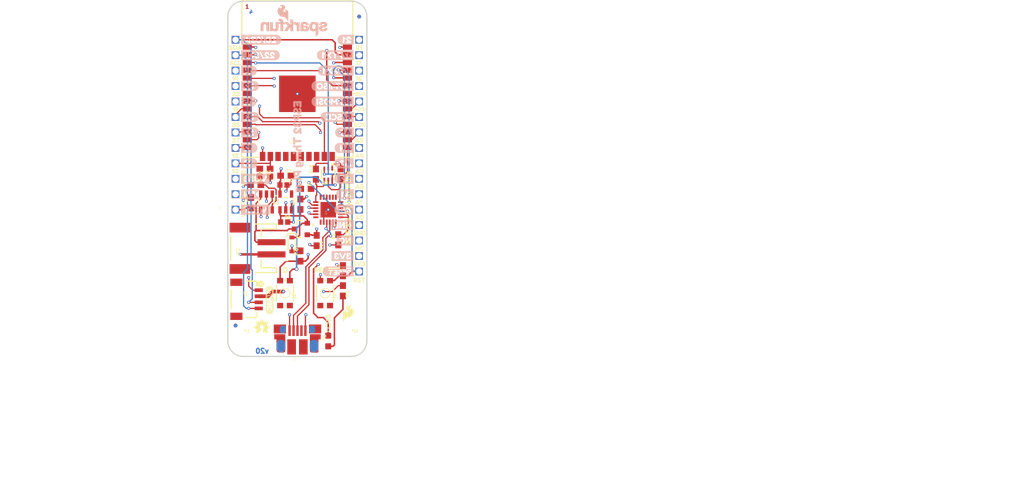
<source format=kicad_pcb>
(kicad_pcb (version 20211014) (generator pcbnew)
  (layers (0 "F.Cu" signal) (1 "In1.Cu" signal) (2 "In2.Cu" signal) (31 "B.Cu" signal) (34 "B.Paste" user) (35 "F.Paste" user) (36 "B.SilkS" user "B.Silkscreen") (37 "F.SilkS" user "F.Silkscreen") (38 "B.Mask" user) (39 "F.Mask" user) (44 "Edge.Cuts" user))
  (net 0 "")
  (net 1 "3.3V")
  (net 2 "CHIP_PU")
  (net 3 "GND")
  (net 4 "DTR")
  (net 5 "V_USB")
  (net 6 "D-")
  (net 7 "D+")
  (net 8 "VIN")
  (net 9 "RTS")
  (net 10 "CHG")
  (net 11 "N$14")
  (net 12 "V_BATT")
  (net 13 "N$10")
  (net 14 "N$12")
  (net 15 "0")
  (net 16 "N$17")
  (net 17 "N$1")
  (net 18 "A0")
  (net 19 "A1")
  (net 20 "A2")
  (net 21 "A3")
  (net 22 "A4")
  (net 23 "A5")
  (net 24 "SCK")
  (net 25 "MOSI")
  (net 26 "MISO")
  (net 27 "RX")
  (net 28 "TX")
  (net 29 "SDA")
  (net 30 "SCL")
  (net 31 "14")
  (net 32 "32")
  (net 33 "15")
  (net 34 "33")
  (net 35 "27")
  (net 36 "12")
  (net 37 "13")
  (net 38 "EN")
  (net 39 "16")
  (net 40 "17")
  (net 41 "20")
  (net 42 "N$2")
  (net 43 "21")
  (net 44 "N$3")
  (footprint "boardEagle:TACTILE_SWITCH_SMD_4.6X2.8MM" (layer "F.Cu") (at 146.4691 123.7996 -90)
    (fp_text reference "S2")
    (fp_text value "0")
  )
  (footprint "boardEagle:SCK20" (layer "F.Cu") (at 157.1371 96.1136)
    (fp_text reference "U$47" hide)
    (fp_text value "" hide)
  )
  (footprint "boardEagle:323" (layer "F.Cu") (at 137.0711 91.0336)
    (fp_text reference "U$32" hide)
    (fp_text value "" hide)
  )
  (footprint "boardEagle:A515" (layer "F.Cu") (at 157.2641 98.6536)
    (fp_text reference "U$41" hide)
    (fp_text value "" hide)
  )
  (footprint "boardEagle:LED-0603" (layer "F.Cu") (at 143.1671 104.6226)
    (fp_text reference "D3")
    (fp_text value "BLUE")
  )
  (footprint "boardEagle:QWIIC27" (layer "F.Cu") (at 143.9291 122.5296 -90)
    (fp_text reference "U$23" hide)
    (fp_text value "" hide)
  )
  (footprint "boardEagle:NC22" (layer "F.Cu") (at 157.2641 116.4336)
    (fp_text reference "U$49" hide)
    (fp_text value "" hide)
  )
  (footprint "boardEagle:3V323" (layer "F.Cu") (at 156.8831 118.9736)
    (fp_text reference "U$60" hide)
    (fp_text value "" hide)
  )
  (footprint "boardEagle:STAND-OFF-TIGHT" (layer "F.Cu") (at 157.3911 131.6736)
    (fp_text reference "H2")
    (fp_text value "STAND-OFFTIGHT")
  )
  (footprint "boardEagle:MOSI1" (layer "F.Cu") (at 157.0101 93.5736)
    (fp_text reference "U$55" hide)
    (fp_text value "" hide)
  )
  (footprint "boardEagle:219" (layer "F.Cu") (at 157.2641 83.4136)
    (fp_text reference "U$38" hide)
    (fp_text value "" hide)
  )
  (footprint "boardEagle:0603" (layer "F.Cu") (at 146.5961 104.4956)
    (fp_text reference "C1")
    (fp_text value "10uF")
  )
  (footprint "boardEagle:VBAT10" (layer "F.Cu") (at 139.6111 111.9886 90)
    (fp_text reference "U$52" hide)
    (fp_text value "" hide)
  )
  (footprint "boardEagle:VUSB8" (layer "F.Cu") (at 139.6111 106.9086 90)
    (fp_text reference "U$50" hide)
    (fp_text value "" hide)
  )
  (footprint "boardEagle:137" (layer "F.Cu") (at 139.8651 104.6226)
    (fp_text reference "U$53" hide)
    (fp_text value "" hide)
  )
  (footprint "boardEagle:SOT23-5" (layer "F.Cu") (at 146.5961 108.8136)
    (fp_text reference "U3")
    (fp_text value "AP2112K-3.3V")
  )
  (footprint "boardEagle:0603" (layer "F.Cu") (at 149.0091 117.7036 90)
    (fp_text reference "R7")
    (fp_text value "10k")
  )
  (footprint "boardEagle:1611" (layer "F.Cu") (at 157.3911 88.4936)
    (fp_text reference "U$40" hide)
    (fp_text value "" hide)
  )
  (footprint "boardEagle:CHG1" (layer "F.Cu") (at 153.5811 130.4036 90)
    (fp_text reference "U$56" hide)
    (fp_text value "" hide)
  )
  (footprint "boardEagle:0402" (layer "F.Cu") (at 146.3421 112.1156)
    (fp_text reference "R8")
    (fp_text value "100K")
  )
  (footprint "boardEagle:ORDERING_INSTRUCTIONS" (layer "F.Cu") (at 166.2811 83.4136)
    (fp_text reference "U$59" hide)
    (fp_text value "" hide)
  )
  (footprint "boardEagle:OSHW-LOGO-MINI" (layer "F.Cu") (at 142.6591 129.3876)
    (fp_text reference "LOGO2" hide)
    (fp_text value "OSHW-LOGOMINI" hide)
  )
  (footprint "boardEagle:0603" (layer "F.Cu") (at 151.5491 104.2416 90)
    (fp_text reference "R18")
    (fp_text value "10k")
  )
  (footprint "boardEagle:EN9" (layer "F.Cu") (at 139.6111 108.8136 90)
    (fp_text reference "U$51" hide)
    (fp_text value "" hide)
  )
  (footprint "boardEagle:GND21" (layer "F.Cu") (at 156.8323 113.8936)
    (fp_text reference "U$48" hide)
    (fp_text value "" hide)
  )
  (footprint "boardEagle:CREATIVE_COMMONS" (layer "F.Cu") (at 119.9261 153.2636)
    (fp_text reference "FRAME1" hide)
    (fp_text value "FRAME-LEDGER" hide)
  )
  (footprint "boardEagle:LED-0603" (layer "F.Cu") (at 153.5811 131.6736 90)
    (fp_text reference "D1")
    (fp_text value "Yellow")
  )
  (footprint "boardEagle:SFE_LOGO_FLAME_.1" (layer "F.Cu") (at 155.7401 128.7526)
    (fp_text reference "LOGO1" hide)
    (fp_text value "SFE_LOGO_FLAME.1_INCH" hide)
  )
  (footprint "boardEagle:SOT23-3@1" (layer "F.Cu") (at 149.1361 113.2586 90)
    (fp_text reference "Q1")
    (fp_text value "2.5A/30V")
  )
  (footprint "boardEagle:1X04_1MM_RA" (layer "F.Cu") (at 142.1511 124.8156 -90)
    (fp_text reference "J3")
    (fp_text value "")
  )
  (footprint "boardEagle:JST-2-SMD" (layer "F.Cu") (at 140.5509 116.4336 90)
    (fp_text reference "JP2")
    (fp_text value "LiPo")
  )
  (footprint "boardEagle:FIDUCIAL-MICRO" (layer "F.Cu") (at 138.3411 129.1336)
    (fp_text reference "FD3" hide)
    (fp_text value "FIDUCIALUFIDUCIAL" hide)
  )
  (footprint "boardEagle:A416" (layer "F.Cu") (at 157.1371 101.1936)
    (fp_text reference "U$42" hide)
    (fp_text value "" hide)
  )
  (footprint "boardEagle:0603" (layer "F.Cu") (at 141.6431 106.0196)
    (fp_text reference "R6")
    (fp_text value "2.0k")
  )
  (footprint "boardEagle:TACTILE_SWITCH_SMD_4.6X2.8MM" (layer "F.Cu") (at 153.0731 123.7996 -90)
    (fp_text reference "S1")
    (fp_text value "RESET")
  )
  (footprint "boardEagle:A020" (layer "F.Cu") (at 157.2641 111.3536)
    (fp_text reference "U$46" hide)
    (fp_text value "" hide)
  )
  (footprint "boardEagle:QFN24" (layer "F.Cu") (at 153.5811 110.0836 90)
    (fp_text reference "U4")
    (fp_text value "CP210X")
  )
  (footprint "boardEagle:TP_15TH" (layer "F.Cu") (at 148.3741 119.8626)
    (fp_text reference "TP1" hide)
    (fp_text value "" hide)
  )
  (footprint "boardEagle:A119" (layer "F.Cu") (at 157.2641 108.8136)
    (fp_text reference "U$45" hide)
    (fp_text value "" hide)
  )
  (footprint "boardEagle:ESP32_THING_PLUS0" (layer "F.Cu") (at 156.8831 116.6876 90)
    (fp_text reference "U$58" hide)
    (fp_text value "" hide)
  )
  (footprint "boardEagle:1X16_SM_SQ_NOSILK" (layer "F.Cu") (at 158.6611 120.2436 90)
    (fp_text reference "J4")
    (fp_text value "")
  )
  (footprint "boardEagle:0603" (layer "F.Cu") (at 149.8981 106.6546)
    (fp_text reference "R1")
    (fp_text value "1k")
  )
  (footprint "boardEagle:138" (layer "F.Cu") (at 137.0711 103.7336)
    (fp_text reference "U$37" hide)
    (fp_text value "" hide)
  )
  (footprint "boardEagle:0402" (layer "F.Cu") (at 146.2151 106.0196)
    (fp_text reference "C10")
    (fp_text value "1.0uF")
  )
  (footprint "boardEagle:A317" (layer "F.Cu") (at 157.1371 103.7336)
    (fp_text reference "U$43" hide)
    (fp_text value "" hide)
  )
  (footprint "boardEagle:00" (layer "F.Cu") (at 145.1991 119.9896)
    (fp_text reference "U$62" hide)
    (fp_text value "" hide)
  )
  (footprint "boardEagle:0603" (layer "F.Cu") (at 155.9941 120.1166 90)
    (fp_text reference "R2")
    (fp_text value "10k")
  )
  (footprint "boardEagle:USB-MICROB-PTH-MILL" (layer "F.Cu") (at 148.5221 129.9718)
    (fp_text reference "J5")
    (fp_text value "")
  )
  (footprint "boardEagle:FIDUCIAL-MICRO" (layer "F.Cu") (at 158.6611 78.3336)
    (fp_text reference "FD1" hide)
    (fp_text value "FIDUCIALUFIDUCIAL" hide)
  )
  (footprint "boardEagle:SCL0" (layer "F.Cu") (at 136.6901 85.9536)
    (fp_text reference "U$30" hide)
    (fp_text value "" hide)
  )
  (footprint "boardEagle:1710" (layer "F.Cu") (at 157.3911 85.9536)
    (fp_text reference "U$39" hide)
    (fp_text value "" hide)
  )
  (footprint "boardEagle:SOD-323" (layer "F.Cu") (at 147.6121 115.7986 -90)
    (fp_text reference "D2")
    (fp_text value "1A/23V/620mV")
  )
  (footprint "boardEagle:0603" (layer "F.Cu") (at 155.6131 104.2416 -90)
    (fp_text reference "R17")
    (fp_text value "10k")
  )
  (footprint "boardEagle:335" (layer "F.Cu") (at 137.0711 96.1136)
    (fp_text reference "U$34" hide)
    (fp_text value "" hide)
  )
  (footprint "boardEagle:276" (layer "F.Cu") (at 137.0711 98.6536)
    (fp_text reference "U$35" hide)
    (fp_text value "" hide)
  )
  (footprint "boardEagle:SC70-6" (layer "F.Cu") (at 153.5811 104.2416 180)
    (fp_text reference "Q2")
    (fp_text value "MBT3904DW1T1")
  )
  (footprint "boardEagle:SDA1" (layer "F.Cu") (at 136.5631 83.4136)
    (fp_text reference "U$29" hide)
    (fp_text value "" hide)
  )
  (footprint "boardEagle:MISO0" (layer "F.Cu") (at 157.0101 91.0336)
    (fp_text reference "U$54" hide)
    (fp_text value "" hide)
  )
  (footprint "boardEagle:RESET0" (layer "F.Cu") (at 150.5331 119.9896)
    (fp_text reference "U$57" hide)
    (fp_text value "" hide)
  )
  (footprint "boardEagle:1X12_SM_SQ_NOSILK" (layer "F.Cu") (at 138.3411 110.0836 90)
    (fp_text reference "J2")
    (fp_text value "")
  )
  (footprint "boardEagle:154" (layer "F.Cu") (at 137.0711 93.5736)
    (fp_text reference "U$33" hide)
    (fp_text value "" hide)
  )
  (footprint "boardEagle:FOUR_LAYER_WARNING" (layer "F.Cu") (at 167.5511 94.8436)
    (fp_text reference "LOGO4" hide)
    (fp_text value "FOUR_LAYER_WARNING" hide)
  )
  (footprint "boardEagle:0603" (layer "F.Cu") (at 155.9941 123.4186 -90)
    (fp_text reference "R3")
    (fp_text value "1K")
  )
  (footprint "boardEagle:0603" (layer "F.Cu") (at 155.2321 115.0366 90)
    (fp_text reference "R5")
    (fp_text value "10")
  )
  (footprint "boardEagle:0603" (layer "F.Cu") (at 151.6761 115.1636 -90)
    (fp_text reference "C19")
    (fp_text value "4.7uF")
  )
  (footprint "boardEagle:142" (layer "F.Cu") (at 137.0711 88.4936)
    (fp_text reference "U$31" hide)
    (fp_text value "" hide)
  )
  (footprint "boardEagle:ESP-WROOM-32-NARROW" (layer "F.Cu") (at 148.5011 89.7636 90)
    (fp_text reference "U2")
    (fp_text value "ESP-WROOM-32NARROW")
  )
  (footprint "boardEagle:SOT23-5" (layer "F.Cu") (at 143.4211 108.8136 180)
    (fp_text reference "U1")
    (fp_text value "MCP73831")
  )
  (footprint "boardEagle:A218" (layer "F.Cu") (at 157.1371 106.2736)
    (fp_text reference "U$44" hide)
    (fp_text value "" hide)
  )
  (footprint "boardEagle:RST24" (layer "F.Cu") (at 157.0101 121.6406)
    (fp_text reference "U$61" hide)
    (fp_text value "" hide)
  )
  (footprint "boardEagle:0603" (layer "F.Cu") (at 140.8811 108.9406 90)
    (fp_text reference "C6")
    (fp_text value "4.7uF")
  )
  (footprint "boardEagle:0603" (layer "F.Cu") (at 149.0091 109.1946 90)
    (fp_text reference "C7")
    (fp_text value "1.0uF")
  )
  (footprint "boardEagle:0603" (layer "F.Cu") (at 143.1671 103.3526 180)
    (fp_text reference "R4")
    (fp_text value "1k")
  )
  (footprint "boardEagle:127" (layer "F.Cu") (at 137.0711 101.1936)
    (fp_text reference "U$36" hide)
    (fp_text value "" hide)
  )
  (footprint "boardEagle:STAND-OFF-TIGHT" (layer "F.Cu") (at 139.6111 131.6736)
    (fp_text reference "H1")
    (fp_text value "STAND-OFFTIGHT")
  )
  (footprint "boardEagle:1519" (layer "B.Cu") (at 141.8971 92.3036 180)
    (fp_text reference "U$5" hide)
    (fp_text value "" hide)
  )
  (footprint "boardEagle:A03" (layer "B.Cu") (at 158.2801 110.0836 180)
    (fp_text reference "U$13" hide)
    (fp_text value "" hide)
  )
  (footprint "boardEagle:1323" (layer "B.Cu") (at 141.9987 102.4636 180)
    (fp_text reference "U$3" hide)
    (fp_text value "" hide)
  )
  (footprint "boardEagle:17#TX10" (layer "B.Cu") (at 158.2801 84.6836 180)
    (fp_text reference "U$7" hide)
    (fp_text value "" hide)
  )
  (footprint "boardEagle:19#MISO0" (layer "B.Cu") (at 158.2801 89.7636 180)
    (fp_text reference "U$67" hide)
    (fp_text value "" hide)
  )
  (footprint "boardEagle:23#SDA0" (layer "B.Cu") (at 145.9357 82.1436 180)
    (fp_text reference "U$22" hide)
    (fp_text value "" hide)
  )
  (footprint "boardEagle:2721" (layer "B.Cu") (at 142.2527 97.3836 180)
    (fp_text reference "U$10" hide)
    (fp_text value "" hide)
  )
  (footprint "boardEagle:22#SCL1" (layer "B.Cu") (at 145.7071 84.6836 180)
    (fp_text reference "U$21" hide)
    (fp_text value "" hide)
  )
  (footprint "boardEagle:VBAT25" (layer "B.Cu") (at 144.4625 110.0836 180)
    (fp_text reference "U$27" hide)
    (fp_text value "" hide)
  )
  (footprint "boardEagle:3320" (layer "B.Cu") (at 142.2781 94.8436 180)
    (fp_text reference "U$12" hide)
    (fp_text value "" hide)
  )
  (footprint "boardEagle:A58" (layer "B.Cu") (at 158.2801 97.3836 180)
    (fp_text reference "U$18" hide)
    (fp_text value "" hide)
  )
  (footprint "boardEagle:18#MOSI1" (layer "B.Cu") (at 158.2801 92.3036 180)
    (fp_text reference "U$66" hide)
    (fp_text value "" hide)
  )
  (footprint "boardEagle:EN26" (layer "B.Cu") (at 142.4559 107.5436 180)
    (fp_text reference "U$19" hide)
    (fp_text value "" hide)
  )
  (footprint "boardEagle:121" (layer "B.Cu") (at 141.9987 99.9236 180)
    (fp_text reference "U$8" hide)
    (fp_text value "" hide)
  )
  (footprint "boardEagle:A25" (layer "B.Cu") (at 158.2801 105.0036 180)
    (fp_text reference "U$15" hide)
    (fp_text value "" hide)
  )
  (footprint "boardEagle:1417" (layer "B.Cu") (at 141.9479 87.2236 180)
    (fp_text reference "U$4" hide)
    (fp_text value "" hide)
  )
  (footprint "boardEagle:A14" (layer "B.Cu") (at 158.2801 107.5436 180)
    (fp_text reference "U$14" hide)
    (fp_text value "" hide)
  )
  (footprint "boardEagle:ESP32_THING_PLUS0" (layer "B.Cu") (at 148.5011 91.0336 -90)
    (fp_text reference "U$65" hide)
    (fp_text value "" hide)
  )
  (footprint "boardEagle:VUSB24" (layer "B.Cu") (at 144.4371 105.0036 180)
    (fp_text reference "U$28" hide)
    (fp_text value "" hide)
  )
  (footprint "boardEagle:SFE_LOGO_NAME_FLAME_.1" (layer "B.Cu") (at 153.8351 81.6356 180)
    (fp_text reference "LOGO3" hide)
    (fp_text value "SFE_LOGO_NAME_FLAME.1_INCH" hide)
  )
  (footprint "boardEagle:3218" (layer "B.Cu") (at 142.2781 89.7636 180)
    (fp_text reference "U$11" hide)
    (fp_text value "" hide)
  )
  (footprint "boardEagle:FIDUCIAL-MICRO" (layer "B.Cu") (at 138.3411 129.1336 180)
    (fp_text reference "FD4" hide)
    (fp_text value "FIDUCIALUFIDUCIAL" hide)
  )
  (footprint "boardEagle:A47" (layer "B.Cu") (at 158.2801 99.9236 180)
    (fp_text reference "U$17" hide)
    (fp_text value "" hide)
  )
  (footprint "boardEagle:3V31" (layer "B.Cu") (at 158.2801 117.7036 180)
    (fp_text reference "U$2" hide)
    (fp_text value "" hide)
  )
  (footprint "boardEagle:210" (layer "B.Cu") (at 158.2547 82.1436 180)
    (fp_text reference "U$9" hide)
    (fp_text value "" hide)
  )
  (footprint "boardEagle:A36" (layer "B.Cu") (at 158.2801 102.4636 180)
    (fp_text reference "U$16" hide)
    (fp_text value "" hide)
  )
  (footprint "boardEagle:GND2" (layer "B.Cu") (at 158.2801 112.6236 180)
    (fp_text reference "U$20" hide)
    (fp_text value "" hide)
  )
  (footprint "boardEagle:FIDUCIAL-MICRO" (layer "B.Cu") (at 158.6611 78.3336 180)
    (fp_text reference "FD2" hide)
    (fp_text value "FIDUCIALUFIDUCIAL" hide)
  )
  (footprint "boardEagle:5#SCK2" (layer "B.Cu") (at 158.2801 94.8436 180)
    (fp_text reference "U$63" hide)
    (fp_text value "" hide)
  )
  (footprint "boardEagle:#RESET0" (layer "B.Cu") (at 158.4071 120.2436 180)
    (fp_text reference "U$1" hide)
    (fp_text value "" hide)
  )
  (footprint "boardEagle:16#RX11" (layer "B.Cu") (at 158.2801 87.2236 180)
    (fp_text reference "U$6" hide)
    (fp_text value "" hide)
  )
  (footprint "boardEagle:NC0" (layer "B.Cu") (at 158.2801 115.1636 180)
    (fp_text reference "U$64" hide)
    (fp_text value "" hide)
  )
  (gr_line (start 157.3911 75.7936) (end 139.6111 75.7936) (layer "Edge.Cuts") (width 0.2032))
  (gr_line (start 137.0711 78.3336) (end 137.0711 131.6736) (layer "Edge.Cuts") (width 0.2032))
  (gr_line (start 139.6111 134.2136) (end 157.3911 134.2136) (layer "Edge.Cuts") (width 0.2032))
  (gr_arc (start 157.3911 75.7936) (mid 159.187151 76.537549) (end 159.9311 78.3336) (layer "Edge.Cuts") (width 0.2032))
  (gr_arc (start 137.0711 78.3336) (mid 137.815049 76.537549) (end 139.6111 75.7936) (layer "Edge.Cuts") (width 0.2032))
  (gr_arc (start 159.9311 131.6736) (mid 159.187151 133.469651) (end 157.3911 134.2136) (layer "Edge.Cuts") (width 0.2032))
  (gr_line (start 159.9311 131.6736) (end 159.9311 78.3336) (layer "Edge.Cuts") (width 0.2032))
  (gr_arc (start 139.6111 134.2136) (mid 137.815049 133.469651) (end 137.0711 131.6736) (layer "Edge.Cuts") (width 0.2032))
  (gr_text "1" (at 139.8651 77.0636) (layer "F.Cu") (effects (font (size 0.6096 0.6096) (thickness 0.2032)) (justify left bottom)))
  (gr_text "v20" (at 143.9291 133.3246) (layer "B.Cu") (effects (font (size 0.8128 0.8128) (thickness 0.2032)) (justify left mirror)))
  (gr_text "4" (at 141.2621 77.9526) (layer "B.Cu") (effects (font (size 0.6096 0.6096) (thickness 0.2032)) (justify left bottom mirror)))
  (gr_text "-" (at 146.2151 118.8466) (layer "F.SilkS") (effects (font (size 0.69088 0.69088) (thickness 0.12192)) (justify left bottom)))
  (gr_text "+" (at 146.3421 114.6556) (layer "F.SilkS") (effects (font (size 0.69088 0.69088) (thickness 0.12192)) (justify left bottom)))
  (segment (start 142.1511 124.3156) (end 143.6671 124.3156) (width 0.6096) (layer "F.Cu") (net 1))
  (segment (start 145.7461 103.6946) (end 145.8341 103.6066) (width 0.254) (layer "F.Cu") (net 1))
  (segment (start 145.8341 103.6066) (end 145.8341 103.3526) (width 0.254) (layer "F.Cu") (net 1))
  (segment (start 154.8311 112.1336) (end 154.8311 112.7706) (width 0.2032) (layer "F.Cu") (net 1))
  (segment (start 155.1441 119.2666) (end 154.9781 119.1006) (width 0.254) (layer "F.Cu") (net 1))
  (segment (start 145.7461 104.4956) (end 145.7461 103.6946) (width 0.254) (layer "F.Cu") (net 1))
  (segment (start 145.6461 106.0306) (end 145.6351 106.0196) (width 0.254) (layer "F.Cu") (net 1))
  (segment (start 149.0091 106.6156) (end 149.0091 105.6386) (width 0.254) (layer "F.Cu") (net 1))
  (segment (start 154.3311 112.1336) (end 154.3311 112.9926) (width 0.2032) (layer "F.Cu") (net 1))
  (segment (start 140.2631 84.6036) (end 141.5961 84.6036) (width 0.254) (layer "F.Cu") (net 1))
  (segment (start 144.4371 123.5456) (end 146.2151 123.5456) (width 0.6096) (layer "F.Cu") (net 1))
  (segment (start 145.7461 105.3456) (end 145.6351 105.4566) (width 0.254) (layer "F.Cu") (net 1))
  (segment (start 143.6671 124.3156) (end 144.4371 123.5456) (width 0.6096) (layer "F.Cu") (net 1))
  (segment (start 155.9941 119.2666) (end 155.1441 119.2666) (width 0.254) (layer "F.Cu") (net 1))
  (segment (start 145.7461 104.4956) (end 145.7461 105.3456) (width 0.254) (layer "F.Cu") (net 1))
  (segment (start 145.6461 107.5135) (end 145.6461 106.0306) (width 0.254) (layer "F.Cu") (net 1))
  (segment (start 154.8311 112.7706) (end 154.4701 113.1316) (width 0.2032) (layer "F.Cu") (net 1))
  (segment (start 145.6351 105.4566) (end 145.6351 106.0196) (width 0.254) (layer "F.Cu") (net 1))
  (segment (start 141.5961 84.6036) (end 141.6431 84.5566) (width 0.254) (layer "F.Cu") (net 1))
  (segment (start 149.0481 106.6546) (end 149.0091 106.6156) (width 0.254) (layer "F.Cu") (net 1))
  (segment (start 154.3311 112.9926) (end 154.4701 113.1316) (width 0.2032) (layer "F.Cu") (net 1))
  (via (at 154.4701 113.1316) (size 0.508) (drill 0.254) (layers "F.Cu" "B.Cu") (net 1))
  (via (at 154.9781 119.1006) (size 0.508) (drill 0.254) (layers "F.Cu" "B.Cu") (net 1))
  (via (at 145.8341 103.3526) (size 0.508) (drill 0.254) (layers "F.Cu" "B.Cu") (net 1))
  (via (at 146.2151 123.5456) (size 0.508) (drill 0.254) (layers "F.Cu" "B.Cu") (net 1))
  (via (at 149.0091 105.6386) (size 0.508) (drill 0.254) (layers "F.Cu" "B.Cu") (net 1))
  (via (at 141.6431 84.5566) (size 0.508) (drill 0.254) (layers "F.Cu" "B.Cu") (net 1))
  (segment (start 152.9311 104.2266) (end 152.9311 103.3216) (width 0.2032) (layer "F.Cu") (net 2))
  (segment (start 157.5181 120.2436) (end 158.6611 120.2436) (width 0.254) (layer "F.Cu") (net 2))
  (segment (start 155.9941 120.9666) (end 156.7951 120.9666) (width 0.254) (layer "F.Cu") (net 2))
  (segment (start 153.8731 121.7496) (end 153.8731 121.7286) (width 0.254) (layer "F.Cu") (net 2))
  (segment (start 141.5631 85.8736) (end 141.6431 85.9536) (width 0.2032) (layer "F.Cu") (net 2))
  (segment (start 155.3591 120.9666) (end 155.9941 120.9666) (width 0.254) (layer "F.Cu") (net 2))
  (segment (start 140.2631 85.8736) (end 141.5631 85.8736) (width 0.2032) (layer "F.Cu") (net 2))
  (segment (start 154.5971 121.7286) (end 155.3591 120.9666) (width 0.254) (layer "F.Cu") (net 2))
  (segment (start 152.9461 104.2416) (end 152.9311 104.2266) (width 0.2032) (layer "F.Cu") (net 2))
  (segment (start 156.7951 120.9666) (end 157.5181 120.2436) (width 0.254) (layer "F.Cu") (net 2))
  (segment (start 153.8731 121.7286) (end 154.5971 121.7286) (width 0.254) (layer "F.Cu") (net 2))
  (via (at 141.6431 85.9536) (size 0.508) (drill 0.254) (layers "F.Cu" "B.Cu") (net 2))
  (via (at 152.9461 104.2416) (size 0.508) (drill 0.254) (layers "F.Cu" "B.Cu") (net 2))
  (segment (start 153.5811 87.3506) (end 153.5811 104.2416) (width 0.2032) (layer "B.Cu") (net 2))
  (segment (start 157.8991 120.2436) (end 157.5181 119.8626) (width 0.2032) (layer "B.Cu") (net 2))
  (segment (start 152.9461 104.2416) (end 153.5811 104.2416) (width 0.2032) (layer "B.Cu") (net 2))
  (segment (start 157.0101 109.5756) (end 156.2481 109.5756) (width 0.2032) (layer "B.Cu") (net 2))
  (segment (start 152.1841 85.9536) (end 141.6431 85.9536) (width 0.2032) (layer "B.Cu") (net 2))
  (segment (start 157.5181 119.8626) (end 157.5181 118.212969) (width 0.2032) (layer "B.Cu") (net 2))
  (segment (start 152.1841 85.9536) (end 153.5811 87.3506) (width 0.2032) (layer "B.Cu") (net 2))
  (segment (start 157.5181 118.212969) (end 157.4927 118.187569) (width 0.2032) (layer "B.Cu") (net 2))
  (segment (start 156.2481 109.5756) (end 155.4861 108.8136) (width 0.2032) (layer "B.Cu") (net 2))
  (segment (start 155.4861 104.7496) (end 154.9781 104.2416) (width 0.2032) (layer "B.Cu") (net 2))
  (segment (start 157.4927 110.0582) (end 157.0101 109.5756) (width 0.2032) (layer "B.Cu") (net 2))
  (segment (start 155.4861 108.8136) (end 155.4861 104.7496) (width 0.2032) (layer "B.Cu") (net 2))
  (segment (start 157.4927 118.187569) (end 157.4927 110.0582) (width 0.2032) (layer "B.Cu") (net 2))
  (segment (start 153.5811 104.2416) (end 154.9781 104.2416) (width 0.2032) (layer "B.Cu") (net 2))
  (segment (start 158.6611 120.2436) (end 157.8991 120.2436) (width 0.2032) (layer "B.Cu") (net 2))
  (segment (start 140.2631 83.3336) (end 141.5631 83.3336) (width 0.254) (layer "F.Cu") (net 3))
  (segment (start 149.8981 127.3556) (end 149.8221 127.4316) (width 0.2032) (layer "F.Cu") (net 3))
  (segment (start 155.5661 83.3336) (end 155.4861 83.4136) (width 0.254) (layer "F.Cu") (net 3))
  (segment (start 140.0801 108.0906) (end 139.6111 108.5596) (width 0.2032) (layer "F.Cu") (net 3))
  (segment (start 140.7931 106.0196) (end 139.8651 106.0196) (width 0.2032) (layer "F.Cu") (net 3))
  (segment (start 144.0441 104.6226) (end 144.0441 105.6266) (width 0.254) (layer "F.Cu") (net 3))
  (segment (start 139.8651 106.0196) (end 139.6111 106.2736) (width 0.2032) (layer "F.Cu") (net 3))
  (segment (start 146.7951 106.0196) (end 147.3581 106.0196) (width 0.2032) (layer "F.Cu") (net 3))
  (segment (start 141.1591 123.3156) (end 140.5001 122.6566) (width 0.2032) (layer "F.Cu") (net 3))
  (segment (start 146.7951 106.8366) (end 146.5961 107.0356) (width 0.2032) (layer "F.Cu") (net 3))
  (segment (start 145.6691 119.5196) (end 146.6351 118.5536) (width 0.254) (layer "F.Cu") (net 3))
  (segment (start 143.4211 107.5135) (end 143.4211 108.6866) (width 0.2032) (layer "F.Cu") (net 3))
  (segment (start 146.5961 110.1137) (end 146.5961 108.9406) (width 0.254) (layer "F.Cu") (net 3))
  (segment (start 149.8221 127.4316) (end 149.8221 129.9718) (width 0.2032) (layer "F.Cu") (net 3))
  (segment (start 151.6761 116.0136) (end 150.7481 116.0136) (width 0.2032) (layer "F.Cu") (net 3))
  (segment (start 144.2509 117.4336) (end 139.1031 117.4336) (width 0.4064) (layer "F.Cu") (net 3))
  (segment (start 152.8311 112.1336) (end 152.8311 110.8336) (width 0.2032) (layer "F.Cu") (net 3))
  (segment (start 150.7481 116.0136) (end 150.5331 115.7986) (width 0.2032) (layer "F.Cu") (net 3))
  (segment (start 152.8311 110.8336) (end 153.5811 110.0836) (width 0.2032) (layer "F.Cu") (net 3))
  (segment (start 147.4461 104.4956) (end 147.4461 105.9316) (width 0.2032) (layer "F.Cu") (net 3))
  (segment (start 149.0091 118.5536) (end 149.8101 118.5536) (width 0.254) (layer "F.Cu") (net 3))
  (segment (start 156.7391 83.3336) (end 155.5661 83.3336) (width 0.254) (layer "F.Cu") (net 3))
  (segment (start 150.2791 118.0846) (end 150.2791 117.4496) (width 0.254) (layer "F.Cu") (net 3))
  (segment (start 142.7861 101.3336) (end 142.7861 99.9236) (width 0.2032) (layer "F.Cu") (net 3))
  (segment (start 142.1511 123.3156) (end 141.1591 123.3156) (width 0.2032) (layer "F.Cu") (net 3))
  (segment (start 141.5631 83.3336) (end 141.6431 83.4136) (width 0.254) (layer "F.Cu") (net 3))
  (segment (start 149.6051 108.3446) (end 150.0251 107.9246) (width 0.254) (layer "F.Cu") (net 3))
  (segment (start 140.5001 122.6566) (end 140.5001 121.2596) (width 0.2032) (layer "F.Cu") (net 3))
  (segment (start 147.3581 106.0196) (end 147.4461 105.9316) (width 0.2032) (layer "F.Cu") (net 3))
  (segment (start 144.0441 105.6266) (end 144.0561 105.6386) (width 0.254) (layer "F.Cu") (net 3))
  (segment (start 149.8101 118.5536) (end 150.2791 118.0846) (width 0.254) (layer "F.Cu") (net 3))
  (segment (start 149.0091 108.3446) (end 149.6051 108.3446) (width 0.254) (layer "F.Cu") (net 3))
  (segment (start 146.7951 106.0196) (end 146.7951 106.8366) (width 0.2032) (layer "F.Cu") (net 3))
  (segment (start 152.2731 120.7516) (end 152.3111 120.7516) (width 0.2032) (layer "F.Cu") (net 3))
  (segment (start 146.6351 118.5536) (end 149.0091 118.5536) (width 0.254) (layer "F.Cu") (net 3))
  (segment (start 145.6691 121.7496) (end 145.6691 119.5196) (width 0.254) (layer "F.Cu") (net 3))
  (segment (start 140.8811 108.0906) (end 140.0801 108.0906) (width 0.2032) (layer "F.Cu") (net 3))
  (segment (start 152.2731 121.7496) (end 152.2731 120.7516) (width 0.2032) (layer "F.Cu") (net 3))
  (via (at 150.2791 117.4496) (size 0.508) (drill 0.254) (layers "F.Cu" "B.Cu") (net 3))
  (via (at 150.0251 107.9246) (size 0.508) (drill 0.254) (layers "F.Cu" "B.Cu") (net 3))
  (via (at 146.5961 107.0356) (size 0.508) (drill 0.254) (layers "F.Cu" "B.Cu") (net 3))
  (via (at 142.7861 99.9236) (size 0.508) (drill 0.254) (layers "F.Cu" "B.Cu") (net 3))
  (via (at 139.6111 108.5596) (size 0.508) (drill 0.254) (layers "F.Cu" "B.Cu") (net 3))
  (via (at 152.3111 120.7516) (size 0.508) (drill 0.254) (layers "F.Cu" "B.Cu") (net 3))
  (via (at 149.8981 127.3556) (size 0.508) (drill 0.254) (layers "F.Cu" "B.Cu") (net 3))
  (via (at 140.5001 121.2596) (size 0.508) (drill 0.254) (layers "F.Cu" "B.Cu") (net 3))
  (via (at 148.5011 91.0336) (size 0.508) (drill 0.254) (layers "F.Cu" "B.Cu") (net 3))
  (via (at 139.1031 117.4336) (size 0.508) (drill 0.254) (layers "F.Cu" "B.Cu") (net 3))
  (via (at 144.0561 105.6386) (size 0.508) (drill 0.254) (layers "F.Cu" "B.Cu") (net 3))
  (via (at 143.4211 108.6866) (size 0.508) (drill 0.254) (layers "F.Cu" "B.Cu") (net 3))
  (via (at 141.6431 83.4136) (size 0.508) (drill 0.254) (layers "F.Cu" "B.Cu") (net 3))
  (via (at 155.4861 83.4136) (size 0.508) (drill 0.254) (layers "F.Cu" "B.Cu") (net 3))
  (via (at 153.5811 110.0836) (size 0.508) (drill 0.254) (layers "F.Cu" "B.Cu") (net 3))
  (via (at 146.5961 108.9406) (size 0.508) (drill 0.254) (layers "F.Cu" "B.Cu") (net 3))
  (via (at 139.6111 106.2736) (size 0.508) (drill 0.254) (layers "F.Cu" "B.Cu") (net 3))
  (via (at 150.5331 115.7986) (size 0.508) (drill 0.254) (layers "F.Cu" "B.Cu") (net 3))
  (segment (start 155.1051 102.3366) (end 154.8511 102.5906) (width 0.2032) (layer "F.Cu") (net 4))
  (segment (start 154.4701 102.5906) (end 154.2311 102.8296) (width 0.2032) (layer "F.Cu") (net 4))
  (segment (start 154.8511 102.5906) (end 154.4701 102.5906) (width 0.2032) (layer "F.Cu") (net 4))
  (segment (start 154.2311 102.8296) (end 154.2311 103.3216) (width 0.2032) (layer "F.Cu") (net 4))
  (segment (start 155.6131 102.5906) (end 155.3591 102.3366) (width 0.2032) (layer "F.Cu") (net 4))
  (segment (start 150.6481 110.8336) (end 150.4061 110.5916) (width 0.2032) (layer "F.Cu") (net 4))
  (segment (start 155.6131 103.3916) (end 155.6131 102.5906) (width 0.2032) (layer "F.Cu") (net 4))
  (segment (start 155.1051 102.3366) (end 155.3591 102.3366) (width 0.2032) (layer "F.Cu") (net 4))
  (segment (start 151.5311 110.8336) (end 150.6481 110.8336) (width 0.2032) (layer "F.Cu") (net 4))
  (via (at 155.1051 102.3366) (size 0.508) (drill 0.254) (layers "F.Cu" "B.Cu") (net 4))
  (via (at 150.4061 110.5916) (size 0.508) (drill 0.254) (layers "F.Cu" "B.Cu") (net 4))
  (segment (start 154.2551 123.5456) (end 152.8191 123.5456) (width 0.2032) (layer "F.Cu") (net 5))
  (segment (start 147.2221 129.9718) (end 147.2221 127.3556) (width 0.2032) (layer "F.Cu") (net 5))
  (segment (start 148.2471 116.9416) (end 147.6191 116.9416) (width 0.254) (layer "F.Cu") (net 5))
  (segment (start 151.6761 114.3136) (end 151.6371 114.2746) (width 0.254) (layer "F.Cu") (net 5))
  (segment (start 150.1361 114.2086) (end 150.8481 114.2086) (width 0.254) (layer "F.Cu") (net 5))
  (segment (start 149.0091 116.8536) (end 148.3351 116.8536) (width 0.254) (layer "F.Cu") (net 5))
  (segment (start 147.6121 116.9486) (end 147.6121 116.0526) (width 0.254) (layer "F.Cu") (net 5))
  (segment (start 151.6761 114.3136) (end 151.6761 113.2586) (width 0.254) (layer "F.Cu") (net 5))
  (segment (start 155.2321 115.8866) (end 153.8351 115.8866) (width 0.2032) (layer "F.Cu") (net 5))
  (segment (start 155.9941 122.5686) (end 155.2321 122.5686) (width 0.2032) (layer "F.Cu") (net 5))
  (segment (start 155.2321 122.5686) (end 154.2551 123.5456) (width 0.2032) (layer "F.Cu") (net 5))
  (segment (start 142.4711 111.1656) (end 142.5321 111.2266) (width 0.254) (layer "F.Cu") (net 5))
  (segment (start 142.4711 110.1137) (end 142.4711 111.1656) (width 0.254) (layer "F.Cu") (net 5))
  (segment (start 148.3351 116.8536) (end 148.2471 116.9416) (width 0.254) (layer "F.Cu") (net 5))
  (segment (start 150.9141 114.2746) (end 150.8481 114.2086) (width 0.254) (layer "F.Cu") (net 5))
  (segment (start 151.6371 114.2746) (end 150.9141 114.2746) (width 0.254) (layer "F.Cu") (net 5))
  (segment (start 147.6121 116.9486) (end 147.6191 116.9416) (width 0.254) (layer "F.Cu") (net 5))
  (via (at 147.6121 116.0526) (size 0.508) (drill 0.254) (layers "F.Cu" "B.Cu") (net 5))
  (via (at 142.5321 111.2266) (size 0.508) (drill 0.254) (layers "F.Cu" "B.Cu") (net 5))
  (via (at 151.6761 113.2586) (size 0.508) (drill 0.254) (layers "F.Cu" "B.Cu") (net 5))
  (via (at 147.2221 127.3556) (size 0.508) (drill 0.254) (layers "F.Cu" "B.Cu") (net 5))
  (via (at 153.8351 115.8866) (size 0.508) (drill 0.254) (layers "F.Cu" "B.Cu") (net 5))
  (via (at 152.8191 123.5456) (size 0.508) (drill 0.254) (layers "F.Cu" "B.Cu") (net 5))
  (segment (start 152.6921 116.6876) (end 149.8981 119.4816) (width 0.2032) (layer "F.Cu") (net 6))
  (segment (start 153.8311 112.1336) (end 153.8311 113.5166) (width 0.2032) (layer "F.Cu") (net 6))
  (segment (start 153.8311 113.5166) (end 152.6921 114.6556) (width 0.2032) (layer "F.Cu") (net 6))
  (segment (start 147.8721 127.4766) (end 147.8721 129.9718) (width 0.2032) (layer "F.Cu") (net 6))
  (segment (start 152.6921 114.6556) (end 152.6921 116.6876) (width 0.2032) (layer "F.Cu") (net 6))
  (segment (start 149.8981 125.4506) (end 147.8721 127.4766) (width 0.2032) (layer "F.Cu") (net 6))
  (segment (start 149.8981 119.4816) (end 149.8981 125.4506) (width 0.2032) (layer "F.Cu") (net 6))
  (segment (start 150.4061 125.7046) (end 150.4061 119.567575) (width 0.2032) (layer "F.Cu") (net 7))
  (segment (start 153.3311 113.0514) (end 153.3311 112.1336) (width 0.2032) (layer "F.Cu") (net 7))
  (segment (start 153.2001 113.1824) (end 153.3311 113.0514) (width 0.2032) (layer "F.Cu") (net 7))
  (segment (start 153.5811 114.4016) (end 153.2001 114.7826) (width 0.2032) (layer "F.Cu") (net 7))
  (segment (start 153.5811 114.4016) (end 153.9621 114.4016) (width 0.2032) (layer "F.Cu") (net 7))
  (segment (start 148.5221 127.5886) (end 150.4061 125.7046) (width 0.2032) (layer "F.Cu") (net 7))
  (segment (start 153.2001 116.773575) (end 153.2001 114.7826) (width 0.2032) (layer "F.Cu") (net 7))
  (segment (start 150.4061 119.567575) (end 153.2001 116.773575) (width 0.2032) (layer "F.Cu") (net 7))
  (segment (start 148.5221 127.5886) (end 148.5221 129.9718) (width 0.2032) (layer "F.Cu") (net 7))
  (via (at 153.2001 113.1824) (size 0.508) (drill 0.254) (layers "F.Cu" "B.Cu") (net 7))
  (via (at 153.9621 114.4016) (size 0.508) (drill 0.254) (layers "F.Cu" "B.Cu") (net 7))
  (segment (start 153.9621 113.9444) (end 153.2001 113.1824) (width 0.2032) (layer "B.Cu") (net 7))
  (segment (start 153.9621 114.4016) (end 153.9621 113.9444) (width 0.2032) (layer "B.Cu") (net 7))
  (segment (start 149.3241 112.3086) (end 150.1361 112.3086) (width 0.254) (layer "F.Cu") (net 8))
  (segment (start 149.0091 110.0446) (end 149.0091 111.0996) (width 0.254) (layer "F.Cu") (net 8))
  (segment (start 147.6121 114.6486) (end 148.4941 114.6486) (width 0.254) (layer "F.Cu") (net 8))
  (segment (start 149.0091 111.0996) (end 149.5171 111.0996) (width 0.254) (layer "F.Cu") (net 8))
  (segment (start 145.7621 111.1716) (end 145.7621 111.0276) (width 0.254) (layer "F.Cu") (net 8))
  (segment (start 145.7621 111.1716) (end 145.8341 111.0996) (width 0.254) (layer "F.Cu") (net 8))
  (segment (start 145.6461 110.9116) (end 145.6461 110.1137) (width 0.254) (layer "F.Cu") (net 8))
  (segment (start 150.1361 111.7186) (end 149.5171 111.0996) (width 0.254) (layer "F.Cu") (net 8))
  (segment (start 145.7621 111.0276) (end 145.6461 110.9116) (width 0.254) (layer "F.Cu") (net 8))
  (segment (start 150.1361 112.3086) (end 150.1361 111.7186) (width 0.254) (layer "F.Cu") (net 8))
  (segment (start 145.8341 111.0996) (end 149.0091 111.0996) (width 0.254) (layer "F.Cu") (net 8))
  (segment (start 145.7621 112.1156) (end 145.7621 111.3536) (width 0.254) (layer "F.Cu") (net 8))
  (segment (start 148.8681 114.2746) (end 148.8681 112.7646) (width 0.254) (layer "F.Cu") (net 8))
  (segment (start 148.4941 114.6486) (end 148.8681 114.2746) (width 0.254) (layer "F.Cu") (net 8))
  (segment (start 145.7621 111.3536) (end 145.7621 111.1716) (width 0.254) (layer "F.Cu") (net 8))
  (segment (start 148.8681 112.7646) (end 149.3241 112.3086) (width 0.254) (layer "F.Cu") (net 8))
  (segment (start 151.6761 107.6706) (end 151.6761 106.2736) (width 0.2032) (layer "F.Cu") (net 9))
  (segment (start 151.6761 106.0196) (end 151.5491 105.8926) (width 0.2032) (layer "F.Cu") (net 9))
  (segment (start 152.6921 106.2736) (end 151.6761 106.2736) (width 0.2032) (layer "F.Cu") (net 9))
  (segment (start 152.9311 106.0346) (end 152.6921 106.2736) (width 0.2032) (layer "F.Cu") (net 9))
  (segment (start 152.9311 105.1616) (end 152.9311 106.0346) (width 0.2032) (layer "F.Cu") (net 9))
  (segment (start 151.6761 106.2736) (end 151.6761 106.0196) (width 0.2032) (layer "F.Cu") (net 9))
  (segment (start 151.5311 107.8156) (end 151.6761 107.6706) (width 0.2032) (layer "F.Cu") (net 9))
  (segment (start 151.5311 108.8336) (end 151.5311 107.8156) (width 0.2032) (layer "F.Cu") (net 9))
  (segment (start 151.5491 105.8926) (end 151.5491 105.0916) (width 0.2032) (layer "F.Cu") (net 9))
  (segment (start 144.3711 107.5135) (end 144.3711 108.661413) (width 0.2032) (layer "F.Cu") (net 10))
  (segment (start 144.3711 108.661413) (end 143.5481 109.484413) (width 0.2032) (layer "F.Cu") (net 10))
  (segment (start 151.1681 127.1016) (end 151.1681 119.8626) (width 0.254) (layer "F.Cu") (net 10))
  (segment (start 151.8901 127.8236) (end 151.1681 127.1016) (width 0.254) (layer "F.Cu") (net 10))
  (segment (start 143.5481 109.484413) (end 143.5481 111.3536) (width 0.2032) (layer "F.Cu") (net 10))
  (segment (start 153.5811 128.6256) (end 153.5811 130.7966) (width 0.254) (layer "F.Cu") (net 10))
  (segment (start 151.1681 119.8626) (end 151.9301 119.1006) (width 0.254) (layer "F.Cu") (net 10))
  (segment (start 152.7791 127.8236) (end 151.8901 127.8236) (width 0.254) (layer "F.Cu") (net 10))
  (segment (start 152.7791 127.8236) (end 153.5811 128.6256) (width 0.254) (layer "F.Cu") (net 10))
  (via (at 151.9301 119.1006) (size 0.508) (drill 0.254) (layers "F.Cu" "B.Cu") (net 10))
  (via (at 143.5481 111.3536) (size 0.508) (drill 0.254) (layers "F.Cu" "B.Cu") (net 10))
  (segment (start 145.0017 106.818813) (end 145.0017 108.589188) (width 0.2032) (layer "F.Cu") (net 11))
  (segment (start 143.2551 106.0196) (end 143.7934 106.5579) (width 0.2032) (layer "F.Cu") (net 11))
  (segment (start 142.4931 106.0196) (end 143.2551 106.0196) (width 0.2032) (layer "F.Cu") (net 11))
  (segment (start 145.0017 108.589188) (end 144.3711 109.219788) (width 0.2032) (layer "F.Cu") (net 11))
  (segment (start 143.7934 106.5579) (end 144.740787 106.5579) (width 0.2032) (layer "F.Cu") (net 11))
  (segment (start 144.740787 106.5579) (end 145.0017 106.818813) (width 0.2032) (layer "F.Cu") (net 11))
  (segment (start 144.3711 109.219788) (end 144.3711 110.1137) (width 0.2032) (layer "F.Cu") (net 11))
  (segment (start 141.7135 109.038013) (end 142.4711 108.280413) (width 0.2032) (layer "F.Cu") (net 12))
  (segment (start 146.8501 113.5126) (end 142.1511 113.5126) (width 0.254) (layer "F.Cu") (net 12))
  (segment (start 147.1041 113.2586) (end 146.8501 113.5126) (width 0.254) (layer "F.Cu") (net 12))
  (segment (start 148.0361 113.2586) (end 147.1041 113.2586) (width 0.254) (layer "F.Cu") (net 12))
  (segment (start 141.7135 109.7906) (end 141.7135 110.2106) (width 0.2032) (layer "F.Cu") (net 12))
  (segment (start 140.8811 109.8296) (end 139.9921 109.8296) (width 0.254) (layer "F.Cu") (net 12))
  (segment (start 141.7861 115.4336) (end 141.5161 115.1636) (width 0.254) (layer "F.Cu") (net 12))
  (segment (start 141.7135 113.5126) (end 141.7135 110.2106) (width 0.254) (layer "F.Cu") (net 12))
  (segment (start 141.7135 109.7906) (end 141.7135 109.038013) (width 0.2032) (layer "F.Cu") (net 12))
  (segment (start 142.4711 108.280413) (end 142.4711 107.5135) (width 0.2032) (layer "F.Cu") (net 12))
  (segment (start 144.2509 115.4336) (end 141.7861 115.4336) (width 0.254) (layer "F.Cu") (net 12))
  (segment (start 141.5161 115.1636) (end 141.5161 113.71) (width 0.254) (layer "F.Cu") (net 12))
  (segment (start 139.9921 109.8296) (end 139.7381 110.0836) (width 0.254) (layer "F.Cu") (net 12))
  (segment (start 141.5161 113.71) (end 141.7135 113.5126) (width 0.254) (layer "F.Cu") (net 12))
  (segment (start 140.8811 109.7906) (end 140.8811 109.8296) (width 0.254) (layer "F.Cu") (net 12))
  (segment (start 142.1511 113.5126) (end 141.7135 113.5126) (width 0.254) (layer "F.Cu") (net 12))
  (segment (start 138.3411 110.0836) (end 139.7381 110.0836) (width 0.254) (layer "F.Cu") (net 12))
  (segment (start 140.8811 109.7906) (end 141.7135 109.7906) (width 0.2032) (layer "F.Cu") (net 12))
  (segment (start 155.2321 106.7816) (end 155.6131 106.4006) (width 0.2032) (layer "F.Cu") (net 13))
  (segment (start 153.5811 105.1616) (end 153.5811 106.2736) (width 0.2032) (layer "F.Cu") (net 13))
  (segment (start 155.6131 106.4006) (end 155.6131 105.0916) (width 0.2032) (layer "F.Cu") (net 13))
  (segment (start 153.5811 106.2736) (end 154.0891 106.7816) (width 0.2032) (layer "F.Cu") (net 13))
  (segment (start 154.5971 106.7816) (end 155.2321 106.7816) (width 0.2032) (layer "F.Cu") (net 13))
  (segment (start 154.0891 106.7816) (end 154.5971 106.7816) (width 0.2032) (layer "F.Cu") (net 13))
  (segment (start 151.6761 102.4636) (end 153.4541 102.4636) (width 0.2032) (layer "F.Cu") (net 14))
  (segment (start 151.5491 103.3916) (end 151.5491 102.5906) (width 0.2032) (layer "F.Cu") (net 14))
  (segment (start 153.5811 103.3216) (end 153.5811 102.5906) (width 0.2032) (layer "F.Cu") (net 14))
  (segment (start 151.5491 102.5906) (end 151.6761 102.4636) (width 0.2032) (layer "F.Cu") (net 14))
  (segment (start 153.5811 102.5906) (end 153.4541 102.4636) (width 0.2032) (layer "F.Cu") (net 14))
  (segment (start 154.4701 106.0196) (end 154.2311 105.7806) (width 0.254) (layer "F.Cu") (net 15))
  (segment (start 154.2311 104.4806) (end 154.4701 104.2416) (width 0.2032) (layer "F.Cu") (net 15))
  (segment (start 156.7391 103.8776) (end 156.7391 99.8436) (width 0.2032) (layer "F.Cu") (net 15))
  (segment (start 156.3751 104.2416) (end 156.7391 103.8776) (width 0.2032) (layer "F.Cu") (net 15))
  (segment (start 154.2311 105.7806) (end 154.2311 105.1616) (width 0.254) (layer "F.Cu") (net 15))
  (segment (start 147.7391 119.8626) (end 148.3741 119.8626) (width 0.254) (layer "F.Cu") (net 15))
  (segment (start 147.2691 121.7496) (end 147.2691 120.3326) (width 0.254) (layer "F.Cu") (net 15))
  (segment (start 154.7241 106.0196) (end 154.4701 106.0196) (width 0.254) (layer "F.Cu") (net 15))
  (segment (start 154.4701 104.2416) (end 156.3751 104.2416) (width 0.2032) (layer "F.Cu") (net 15))
  (segment (start 154.2311 104.4806) (end 154.2311 105.1616) (width 0.2032) (layer "F.Cu") (net 15))
  (segment (start 147.2691 120.3326) (end 147.7391 119.8626) (width 0.254) (layer "F.Cu") (net 15))
  (via (at 154.7241 106.0196) (size 0.508) (drill 0.254) (layers "F.Cu" "B.Cu") (net 15))
  (segment (start 148.3741 113.1316) (end 148.8821 112.6236) (width 0.254) (layer "B.Cu") (net 15))
  (segment (start 148.8821 104.7496) (end 151.632525 104.7496) (width 0.254) (layer "B.Cu") (net 15))
  (segment (start 148.8821 106.611025) (end 148.5011 106.230025) (width 0.254) (layer "B.Cu") (net 15))
  (segment (start 151.632525 104.7496) (end 152.902525 106.0196) (width 0.254) (layer "B.Cu") (net 15))
  (segment (start 148.5011 105.1306) (end 148.8821 104.7496) (width 0.254) (layer "B.Cu") (net 15))
  (segment (start 148.5011 106.230025) (end 148.5011 105.1306) (width 0.254) (layer "B.Cu") (net 15))
  (segment (start 148.8821 112.6236) (end 148.8821 106.611025) (width 0.254) (layer "B.Cu") (net 15))
  (segment (start 152.902525 106.0196) (end 154.7241 106.0196) (width 0.254) (layer "B.Cu") (net 15))
  (segment (start 148.3741 119.8626) (end 148.3741 113.1316) (width 0.254) (layer "B.Cu") (net 15))
  (segment (start 154.3431 132.5626) (end 154.3311 132.5506) (width 0.254) (layer "F.Cu") (net 16))
  (segment (start 154.5971 132.3086) (end 154.3431 132.5626) (width 0.254) (layer "F.Cu") (net 16))
  (segment (start 154.5971 127.8636) (end 154.5971 132.3086) (width 0.254) (layer "F.Cu") (net 16))
  (segment (start 155.9941 124.2686) (end 155.9941 126.4666) (width 0.254) (layer "F.Cu") (net 16))
  (segment (start 154.3311 132.5506) (end 153.5811 132.5506) (width 0.254) (layer "F.Cu") (net 16))
  (segment (start 155.9941 126.4666) (end 154.5971 127.8636) (width 0.254) (layer "F.Cu") (net 16))
  (segment (start 150.7481 105.9806) (end 150.4061 105.6386) (width 0.2032) (layer "F.Cu") (net 17))
  (segment (start 156.7561 110.3376) (end 155.6351 110.3376) (width 0.2032) (layer "F.Cu") (net 17))
  (segment (start 150.7481 106.6546) (end 150.7481 105.9806) (width 0.2032) (layer "F.Cu") (net 17))
  (segment (start 155.6351 110.3376) (end 155.6311 110.3336) (width 0.2032) (layer "F.Cu") (net 17))
  (via (at 156.7561 110.3376) (size 0.508) (drill 0.254) (layers "F.Cu" "B.Cu") (net 17))
  (via (at 150.4061 105.6386) (size 0.508) (drill 0.254) (layers "F.Cu" "B.Cu") (net 17))
  (segment (start 155.1051 110.3376) (end 156.7561 110.3376) (width 0.2032) (layer "B.Cu") (net 17))
  (segment (start 151.0411 106.2736) (end 155.1051 110.3376) (width 0.2032) (layer "B.Cu") (net 17))
  (segment (start 150.4061 105.6386) (end 151.0411 106.2736) (width 0.2032) (layer "B.Cu") (net 17))
  (segment (start 141.6761 96.1136) (end 151.4221 96.1136) (width 0.2032) (layer "F.Cu") (net 18))
  (segment (start 141.5961 96.0336) (end 141.6761 96.1136) (width 0.2032) (layer "F.Cu") (net 18))
  (segment (start 152.3111 97.0026) (end 152.3111 97.3836) (width 0.2032) (layer "F.Cu") (net 18))
  (segment (start 151.4221 96.1136) (end 152.3111 97.0026) (width 0.2032) (layer "F.Cu") (net 18))
  (segment (start 140.2631 96.0336) (end 141.5961 96.0336) (width 0.2032) (layer "F.Cu") (net 18))
  (via (at 152.3111 97.3836) (size 0.508) (drill 0.254) (layers "F.Cu" "B.Cu") (net 18))
  (segment (start 142.7861 95.6056) (end 151.9301 95.6056) (width 0.2032) (layer "F.Cu") (net 19))
  (segment (start 140.2631 94.7636) (end 141.9441 94.7636) (width 0.2032) (layer "F.Cu") (net 19))
  (segment (start 151.9301 95.6056) (end 152.1841 95.8596) (width 0.2032) (layer "F.Cu") (net 19))
  (segment (start 141.9441 94.7636) (end 142.7861 95.6056) (width 0.2032) (layer "F.Cu") (net 19))
  (via (at 152.1841 95.8596) (size 0.508) (drill 0.254) (layers "F.Cu" "B.Cu") (net 19))
  (segment (start 144.6111 89.6836) (end 144.6911 89.7636) (width 0.2032) (layer "F.Cu") (net 20))
  (segment (start 140.2631 89.6836) (end 144.6111 89.6836) (width 0.2032) (layer "F.Cu") (net 20))
  (via (at 144.6911 89.7636) (size 0.508) (drill 0.254) (layers "F.Cu" "B.Cu") (net 20))
  (segment (start 140.3431 88.4936) (end 144.6911 88.4936) (width 0.2032) (layer "F.Cu") (net 21))
  (segment (start 140.2631 88.4136) (end 140.3431 88.4936) (width 0.2032) (layer "F.Cu") (net 21))
  (via (at 144.6911 88.4936) (size 0.508) (drill 0.254) (layers "F.Cu" "B.Cu") (net 21))
  (segment (start 140.2631 87.1436) (end 140.3431 87.2236) (width 0.2032) (layer "F.Cu") (net 22))
  (segment (start 140.3431 87.2236) (end 152.3111 87.2236) (width 0.2032) (layer "F.Cu") (net 22))
  (via (at 152.3111 87.2236) (size 0.508) (drill 0.254) (layers "F.Cu" "B.Cu") (net 22))
  (segment (start 157.4711 98.5736) (end 158.6611 97.3836) (width 0.2032) (layer "F.Cu") (net 23))
  (segment (start 156.7391 98.5736) (end 157.4711 98.5736) (width 0.2032) (layer "F.Cu") (net 23))
  (segment (start 158.5811 94.7636) (end 158.6611 94.8436) (width 0.2032) (layer "F.Cu") (net 24))
  (segment (start 156.7391 94.7636) (end 158.5811 94.7636) (width 0.2032) (layer "F.Cu") (net 24))
  (segment (start 156.7391 93.4936) (end 157.4711 93.4936) (width 0.2032) (layer "F.Cu") (net 25))
  (segment (start 157.4711 93.4936) (end 158.6611 92.3036) (width 0.2032) (layer "F.Cu") (net 25))
  (segment (start 156.7391 92.2236) (end 155.4061 92.2236) (width 0.2032) (layer "F.Cu") (net 26))
  (segment (start 155.4061 92.2236) (end 155.3591 92.1766) (width 0.2032) (layer "F.Cu") (net 26))
  (via (at 155.3591 92.1766) (size 0.508) (drill 0.254) (layers "F.Cu" "B.Cu") (net 26))
  (segment (start 156.7391 87.1436) (end 155.2791 87.1436) (width 0.254) (layer "F.Cu") (net 27))
  (segment (start 151.5311 109.3336) (end 150.9261 109.3336) (width 0.2032) (layer "F.Cu") (net 27))
  (segment (start 155.2791 87.1436) (end 155.2321 87.0966) (width 0.254) (layer "F.Cu") (net 27))
  (segment (start 150.9261 109.3336) (end 150.4061 108.8136) (width 0.2032) (layer "F.Cu") (net 27))
  (segment (start 150.4061 108.8136) (end 150.4061 108.6866) (width 0.2032) (layer "F.Cu") (net 27))
  (via (at 155.2321 87.0966) (size 0.508) (drill 0.254) (layers "F.Cu" "B.Cu") (net 27))
  (via (at 150.4061 108.6866) (size 0.508) (drill 0.254) (layers "F.Cu" "B.Cu") (net 27))
  (via (at 156.2481 108.1786) (size 0.508) (drill 0.254) (layers "F.Cu" "B.Cu") (net 27))
  (segment (start 156.2481 108.1786) (end 156.2481 88.1126) (width 0.2032) (layer "B.Cu") (net 27))
  (segment (start 156.2481 88.1126) (end 155.2321 87.0966) (width 0.2032) (layer "B.Cu") (net 27))
  (segment (start 150.5371 109.8336) (end 150.4061 109.7026) (width 0.2032) (layer "F.Cu") (net 28))
  (segment (start 154.5171 88.4136) (end 156.7391 88.4136) (width 0.254) (layer "F.Cu") (net 28))
  (segment (start 151.5311 109.8336) (end 150.5371 109.8336) (width 0.2032) (layer "F.Cu") (net 28))
  (segment (start 154.4701 88.3666) (end 154.5171 88.4136) (width 0.254) (layer "F.Cu") (net 28))
  (via (at 154.4701 88.3666) (size 0.508) (drill 0.254) (layers "F.Cu" "B.Cu") (net 28))
  (via (at 150.4061 109.7026) (size 0.508) (drill 0.254) (layers "F.Cu" "B.Cu") (net 28))
  (via (at 157.0101 108.8136) (size 0.508) (drill 0.254) (layers "F.Cu" "B.Cu") (net 28))
  (segment (start 157.0101 108.8136) (end 157.0101 87.902175) (width 0.2032) (layer "B.Cu") (net 28))
  (segment (start 154.4701 87.013175) (end 154.4701 87.561025) (width 0.2032) (layer "B.Cu") (net 28))
  (segment (start 155.569525 86.4616) (end 155.021675 86.4616) (width 0.2032) (layer "B.Cu") (net 28))
  (segment (start 155.021675 86.4616) (end 154.4701 87.013175) (width 0.2032) (layer "B.Cu") (net 28))
  (segment (start 154.4701 87.561025) (end 154.4701 88.3666) (width 0.2032) (layer "B.Cu") (net 28))
  (segment (start 157.0101 87.902175) (end 155.569525 86.4616) (width 0.2032) (layer "B.Cu") (net 28))
  (segment (start 154.7241 84.1756) (end 155.1521 84.6036) (width 0.254) (layer "F.Cu") (net 29))
  (segment (start 154.7241 82.6516) (end 154.7241 84.1756) (width 0.254) (layer "F.Cu") (net 29))
  (segment (start 154.7241 82.6516) (end 154.2161 82.1436) (width 0.254) (layer "F.Cu") (net 29))
  (segment (start 154.2161 82.1436) (end 138.3411 82.1436) (width 0.254) (layer "F.Cu") (net 29))
  (segment (start 155.1521 84.6036) (end 156.7391 84.6036) (width 0.254) (layer "F.Cu") (net 29))
  (segment (start 142.1511 125.3156) (end 140.5001 125.3156) (width 0.2032) (layer "F.Cu") (net 29))
  (via (at 140.5001 125.3156) (size 0.508) (drill 0.254) (layers "F.Cu" "B.Cu") (net 29))
  (segment (start 139.4841 82.1436) (end 138.3411 82.1436) (width 0.2032) (layer "B.Cu") (net 29))
  (segment (start 140.8811 83.5406) (end 139.4841 82.1436) (width 0.2032) (layer "B.Cu") (net 29))
  (segment (start 140.8811 119.8372) (end 140.8811 83.5406) (width 0.2032) (layer "B.Cu") (net 29))
  (segment (start 141.0843 120.0404) (end 140.8811 119.8372) (width 0.2032) (layer "B.Cu") (net 29))
  (segment (start 140.5001 125.3156) (end 141.0843 124.7314) (width 0.2032) (layer "B.Cu") (net 29))
  (segment (start 141.0843 124.7314) (end 141.0843 120.0404) (width 0.2032) (layer "B.Cu") (net 29))
  (segment (start 154.5501 85.8736) (end 154.4701 85.9536) (width 0.254) (layer "F.Cu") (net 30))
  (segment (start 142.1511 126.3156) (end 140.5001 126.3156) (width 0.2032) (layer "F.Cu") (net 30))
  (segment (start 156.7391 85.8736) (end 154.5501 85.8736) (width 0.254) (layer "F.Cu") (net 30))
  (via (at 154.4701 85.9536) (size 0.508) (drill 0.254) (layers "F.Cu" "B.Cu") (net 30))
  (via (at 140.5001 126.3156) (size 0.508) (drill 0.254) (layers "F.Cu" "B.Cu") (net 30))
  (segment (start 139.6619 120.4214) (end 140.2969 119.7864) (width 0.2032) (layer "B.Cu") (net 30))
  (segment (start 140.5001 126.3156) (end 140.1981 126.3156) (width 0.2032) (layer "B.Cu") (net 30))
  (segment (start 140.2969 119.7864) (end 140.2969 85.4964) (width 0.2032) (layer "B.Cu") (net 30))
  (segment (start 139.4841 84.6836) (end 138.3411 84.6836) (width 0.2032) (layer "B.Cu") (net 30))
  (segment (start 140.2969 85.4964) (end 139.4841 84.6836) (width 0.2032) (layer "B.Cu") (net 30))
  (segment (start 140.1981 126.3156) (end 140.0951 126.3156) (width 0.2032) (layer "B.Cu") (net 30))
  (segment (start 139.6619 125.8824) (end 139.6619 120.4214) (width 0.2032) (layer "B.Cu") (net 30))
  (segment (start 140.0951 126.3156) (end 139.6619 125.8824) (width 0.2032) (layer "B.Cu") (net 30))
  (segment (start 141.8501 98.5736) (end 142.1511 98.2726) (width 0.2032) (layer "F.Cu") (net 31))
  (segment (start 140.2631 98.5736) (end 141.8501 98.5736) (width 0.2032) (layer "F.Cu") (net 31))
  (segment (start 142.1511 98.2726) (end 142.1511 97.3836) (width 0.2032) (layer "F.Cu") (net 31))
  (via (at 142.1511 97.3836) (size 0.508) (drill 0.254) (layers "F.Cu" "B.Cu") (net 31))
  (segment (start 140.2631 92.2236) (end 141.5961 92.2236) (width 0.2032) (layer "F.Cu") (net 32))
  (segment (start 141.5961 92.2236) (end 141.6431 92.1766) (width 0.2032) (layer "F.Cu") (net 32))
  (via (at 141.6431 92.1766) (size 0.508) (drill 0.254) (layers "F.Cu" "B.Cu") (net 32))
  (segment (start 152.5651 94.9706) (end 142.9131 94.9706) (width 0.2032) (layer "F.Cu") (net 33))
  (segment (start 152.9461 101.3336) (end 152.9461 95.3516) (width 0.2032) (layer "F.Cu") (net 33))
  (segment (start 152.9461 95.3516) (end 152.5651 94.9706) (width 0.2032) (layer "F.Cu") (net 33))
  (segment (start 142.9131 94.9706) (end 142.2781 94.3356) (width 0.2032) (layer "F.Cu") (net 33))
  (segment (start 142.2781 94.3356) (end 142.2781 93.0656) (width 0.2032) (layer "F.Cu") (net 33))
  (via (at 142.2781 93.0656) (size 0.508) (drill 0.254) (layers "F.Cu" "B.Cu") (net 33))
  (segment (start 138.3411 94.4626) (end 138.3411 94.8436) (width 0.2032) (layer "F.Cu") (net 34))
  (segment (start 140.2631 93.4936) (end 139.3101 93.4936) (width 0.2032) (layer "F.Cu") (net 34))
  (segment (start 139.3101 93.4936) (end 138.3411 94.4626) (width 0.2032) (layer "F.Cu") (net 34))
  (segment (start 138.4211 97.3036) (end 138.3411 97.3836) (width 0.2032) (layer "F.Cu") (net 35))
  (segment (start 140.2631 97.3036) (end 138.4211 97.3036) (width 0.2032) (layer "F.Cu") (net 35))
  (segment (start 138.4211 99.8436) (end 138.3411 99.9236) (width 0.254) (layer "F.Cu") (net 36))
  (segment (start 140.2631 99.8436) (end 138.4211 99.8436) (width 0.254) (layer "F.Cu") (net 36))
  (segment (start 138.3411 102.4636) (end 144.0561 102.4636) (width 0.2032) (layer "F.Cu") (net 37))
  (segment (start 144.0561 102.4636) (end 144.0561 103.3136) (width 0.2032) (layer "F.Cu") (net 37))
  (segment (start 144.0561 101.3336) (end 144.0561 102.4636) (width 0.2032) (layer "F.Cu") (net 37))
  (segment (start 144.0561 103.3136) (end 144.0171 103.3526) (width 0.2032) (layer "F.Cu") (net 37))
  (segment (start 146.9221 112.1156) (end 147.8661 112.1156) (width 0.254) (layer "F.Cu") (net 38))
  (segment (start 147.5461 110.1137) (end 147.5461 108.8796) (width 0.254) (layer "F.Cu") (net 38))
  (segment (start 147.5461 108.8796) (end 147.6121 108.8136) (width 0.254) (layer "F.Cu") (net 38))
  (via (at 147.6121 108.8136) (size 0.508) (drill 0.254) (layers "F.Cu" "B.Cu") (net 38))
  (via (at 147.8661 112.1156) (size 0.508) (drill 0.254) (layers "F.Cu" "B.Cu") (net 38))
  (segment (start 147.8661 112.1156) (end 147.8661 109.0676) (width 0.254) (layer "B.Cu") (net 38))
  (segment (start 147.8661 109.0676) (end 147.6121 108.8136) (width 0.254) (layer "B.Cu") (net 38))
  (segment (start 155.5661 97.3036) (end 155.4861 97.3836) (width 0.2032) (layer "F.Cu") (net 39))
  (segment (start 156.7391 97.3036) (end 155.5661 97.3036) (width 0.2032) (layer "F.Cu") (net 39))
  (via (at 155.4861 97.3836) (size 0.508) (drill 0.254) (layers "F.Cu" "B.Cu") (net 39))
  (segment (start 155.0251 96.0336) (end 154.7241 95.7326) (width 0.2032) (layer "F.Cu") (net 40))
  (segment (start 156.7391 96.0336) (end 155.0251 96.0336) (width 0.2032) (layer "F.Cu") (net 40))
  (via (at 154.7241 95.7326) (size 0.508) (drill 0.254) (layers "F.Cu" "B.Cu") (net 40))
  (segment (start 142.2901 104.6226) (end 142.2901 103.3796) (width 0.2032) (layer "F.Cu") (net 42))
  (segment (start 142.2901 103.3796) (end 142.3171 103.3526) (width 0.2032) (layer "F.Cu") (net 42))
  (segment (start 153.3271 88.7146) (end 153.3271 83.9216) (width 0.254) (layer "F.Cu") (net 43))
  (segment (start 153.3271 88.7146) (end 154.2961 89.6836) (width 0.254) (layer "F.Cu") (net 43))
  (segment (start 154.2961 89.6836) (end 156.7391 89.6836) (width 0.254) (layer "F.Cu") (net 43))
  (via (at 153.3271 83.9216) (size 0.508) (drill 0.254) (layers "F.Cu" "B.Cu") (net 43))
  (segment (start 156.0821 114.1866) (end 155.2321 114.1866) (width 0.2032) (layer "F.Cu") (net 44))
  (segment (start 156.2481 110.8456) (end 156.6291 110.8456) (width 0.2032) (layer "F.Cu") (net 44))
  (segment (start 156.2481 110.8336) (end 156.2481 110.8456) (width 0.2032) (layer "F.Cu") (net 44))
  (segment (start 156.6291 110.8456) (end 156.8831 111.0996) (width 0.2032) (layer "F.Cu") (net 44))
  (segment (start 155.6311 110.8336) (end 156.2481 110.8336) (width 0.2032) (layer "F.Cu") (net 44))
  (segment (start 156.8831 111.4806) (end 156.8831 113.3856) (width 0.2032) (layer "F.Cu") (net 44))
  (segment (start 156.8831 111.0996) (end 156.8831 111.3336) (width 0.2032) (layer "F.Cu") (net 44))
  (segment (start 155.6311 111.3336) (end 156.8831 111.3336) (width 0.2032) (layer "F.Cu") (net 44))
  (segment (start 156.8831 113.3856) (end 156.0821 114.1866) (width 0.2032) (layer "F.Cu") (net 44))
  (segment (start 156.8831 111.3336) (end 156.8831 111.4806) (width 0.2032) (layer "F.Cu") (net 44))
)
</source>
